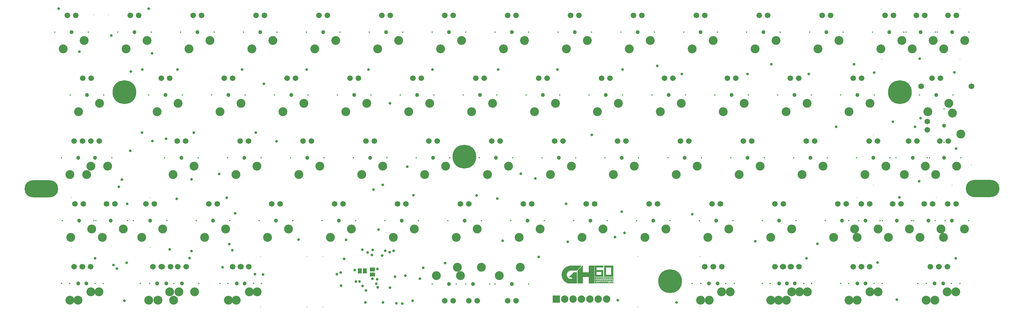
<source format=gts>
%FSTAX23Y23*%
%MOIN*%
%SFA1B1*%

%IPPOS*%
%AMD56*
4,1,8,0.099000,0.102500,-0.099000,0.102500,-0.201000,0.000500,-0.201000,-0.000500,-0.099000,-0.102500,0.099000,-0.102500,0.201000,-0.000500,0.201000,0.000500,0.099000,0.102500,0.0*
1,1,0.204000,0.099000,0.000500*
1,1,0.204000,-0.099000,0.000500*
1,1,0.204000,-0.099000,-0.000500*
1,1,0.204000,0.099000,-0.000500*
%
%ADD12C,0.001000*%
%ADD47R,0.063000X0.051000*%
%ADD48R,0.051000X0.063000*%
%ADD49C,0.012000*%
%ADD50R,0.088000X0.088000*%
%ADD51C,0.088000*%
%ADD52C,0.067000*%
%ADD53C,0.106000*%
%ADD54C,0.016000*%
%ADD55C,0.047000*%
G04~CAMADD=56~8~0.0~0.0~4020.0~2050.0~1020.0~0.0~15~0.0~0.0~0.0~0.0~0~0.0~0.0~0.0~0.0~0~0.0~0.0~0.0~0.0~4020.0~2050.0*
%ADD56D56*%
%ADD57C,0.284000*%
%ADD58C,0.284000*%
%ADD59C,0.013000*%
%ADD60C,0.068000*%
%ADD61C,0.047000*%
%ADD62C,0.032000*%
%ADD63C,0.032000*%
G54D12*
X49224Y5804D02*
X49361D01*
X49374D02*
X49377D01*
X4945D02*
X49513D01*
X4952D02*
X49622D01*
X49634D02*
X4974D01*
X49218Y58039D02*
X49361D01*
X49373D02*
X49377D01*
X4945D02*
X49513D01*
X4952D02*
X49622D01*
X49634D02*
X4974D01*
X49214Y58038D02*
X4936D01*
X49372D02*
X49377D01*
X4945D02*
X49513D01*
X4952D02*
X49622D01*
X49634D02*
X4974D01*
X4921Y58037D02*
X49359D01*
X49371D02*
X49377D01*
X4945D02*
X49513D01*
X4952D02*
X49622D01*
X49634D02*
X4974D01*
X49207Y58036D02*
X49358D01*
X4937D02*
X49377D01*
X4945D02*
X49513D01*
X4952D02*
X49622D01*
X49634D02*
X4974D01*
X49204Y58035D02*
X49357D01*
X49369D02*
X49377D01*
X4945D02*
X49513D01*
X4952D02*
X49622D01*
X49634D02*
X4974D01*
X49201Y58034D02*
X49356D01*
X49368D02*
X49377D01*
X4945D02*
X49513D01*
X4952D02*
X49622D01*
X49634D02*
X4974D01*
X49199Y58033D02*
X49355D01*
X49367D02*
X49377D01*
X4945D02*
X49513D01*
X4952D02*
X49622D01*
X49634D02*
X4974D01*
X49196Y58032D02*
X49354D01*
X49366D02*
X49377D01*
X4945D02*
X49513D01*
X4952D02*
X49622D01*
X49634D02*
X4974D01*
X49194Y58031D02*
X49353D01*
X49365D02*
X49377D01*
X4945D02*
X49513D01*
X4952D02*
X49622D01*
X49634D02*
X4974D01*
X49192Y5803D02*
X49352D01*
X49364D02*
X49377D01*
X4945D02*
X49513D01*
X4952D02*
X49622D01*
X49634D02*
X4974D01*
X4919Y58029D02*
X49351D01*
X49363D02*
X49377D01*
X4945D02*
X49513D01*
X4952D02*
X49622D01*
X49634D02*
X4974D01*
X49188Y58028D02*
X4935D01*
X49362D02*
X49377D01*
X4945D02*
X49513D01*
X4952D02*
X49622D01*
X49634D02*
X4974D01*
X49186Y58027D02*
X49349D01*
X49361D02*
X49377D01*
X4945D02*
X49513D01*
X4952D02*
X49622D01*
X49634D02*
X4974D01*
X49184Y58026D02*
X49348D01*
X4936D02*
X49377D01*
X4945D02*
X49513D01*
X4952D02*
X49622D01*
X49634D02*
X4974D01*
X49183Y58025D02*
X49347D01*
X49359D02*
X49377D01*
X4945D02*
X49513D01*
X4952D02*
X49622D01*
X49634D02*
X4974D01*
X49181Y58024D02*
X49346D01*
X49358D02*
X49377D01*
X4945D02*
X49513D01*
X4952D02*
X49622D01*
X49634D02*
X4974D01*
X49179Y58023D02*
X49345D01*
X49357D02*
X49377D01*
X4945D02*
X49513D01*
X4952D02*
X49622D01*
X49634D02*
X4974D01*
X49178Y58022D02*
X49344D01*
X49356D02*
X49377D01*
X4945D02*
X49513D01*
X4952D02*
X49622D01*
X49634D02*
X4974D01*
X49176Y58021D02*
X49343D01*
X49355D02*
X49377D01*
X4945D02*
X49513D01*
X4952D02*
X49622D01*
X49634D02*
X4974D01*
X49175Y5802D02*
X49342D01*
X49354D02*
X49377D01*
X4945D02*
X49513D01*
X4952D02*
X49542D01*
X49634D02*
X49656D01*
X49718D02*
X4974D01*
X49173Y58019D02*
X49341D01*
X49353D02*
X49377D01*
X4945D02*
X49513D01*
X4952D02*
X49542D01*
X49634D02*
X49655D01*
X49719D02*
X4974D01*
X49172Y58018D02*
X4934D01*
X49352D02*
X49377D01*
X4945D02*
X49513D01*
X4952D02*
X49542D01*
X49634D02*
X49655D01*
X49719D02*
X4974D01*
X49171Y58017D02*
X49339D01*
X49351D02*
X49377D01*
X4945D02*
X49513D01*
X4952D02*
X49542D01*
X49634D02*
X49655D01*
X49719D02*
X4974D01*
X49169Y58016D02*
X49338D01*
X4935D02*
X49377D01*
X4945D02*
X49513D01*
X4952D02*
X49542D01*
X49634D02*
X49655D01*
X49719D02*
X4974D01*
X49168Y58015D02*
X49337D01*
X49349D02*
X49377D01*
X4945D02*
X49513D01*
X4952D02*
X49542D01*
X49634D02*
X49655D01*
X49719D02*
X4974D01*
X49167Y58014D02*
X49336D01*
X49348D02*
X49377D01*
X4945D02*
X49513D01*
X4952D02*
X49542D01*
X49634D02*
X49655D01*
X49719D02*
X4974D01*
X49166Y58013D02*
X49335D01*
X49347D02*
X49377D01*
X4945D02*
X49513D01*
X4952D02*
X49542D01*
X49634D02*
X49655D01*
X49719D02*
X4974D01*
X49165Y58012D02*
X49334D01*
X49346D02*
X49377D01*
X4945D02*
X49513D01*
X4952D02*
X49542D01*
X49634D02*
X49655D01*
X49719D02*
X4974D01*
X49164Y58011D02*
X49333D01*
X49345D02*
X49377D01*
X4945D02*
X49513D01*
X4952D02*
X49542D01*
X49634D02*
X49655D01*
X49719D02*
X4974D01*
X49163Y5801D02*
X49332D01*
X49344D02*
X49377D01*
X4945D02*
X49513D01*
X4952D02*
X49542D01*
X49634D02*
X49655D01*
X49719D02*
X4974D01*
X49162Y58009D02*
X49331D01*
X49343D02*
X49377D01*
X4945D02*
X49513D01*
X4952D02*
X49542D01*
X49634D02*
X49655D01*
X49719D02*
X4974D01*
X4916Y58008D02*
X4933D01*
X49342D02*
X49377D01*
X4945D02*
X49513D01*
X4952D02*
X49542D01*
X49634D02*
X49655D01*
X49719D02*
X4974D01*
X49159Y58007D02*
X49329D01*
X49341D02*
X49377D01*
X4945D02*
X49513D01*
X4952D02*
X49542D01*
X49634D02*
X49655D01*
X49719D02*
X4974D01*
X49159Y58006D02*
X49328D01*
X4934D02*
X49377D01*
X4945D02*
X49513D01*
X4952D02*
X49542D01*
X49634D02*
X49655D01*
X49719D02*
X4974D01*
X49158Y58005D02*
X49327D01*
X49339D02*
X49377D01*
X4945D02*
X49513D01*
X4952D02*
X49542D01*
X49634D02*
X49655D01*
X49719D02*
X4974D01*
X49157Y58004D02*
X49326D01*
X49338D02*
X49377D01*
X4945D02*
X49513D01*
X4952D02*
X49542D01*
X49634D02*
X49655D01*
X49719D02*
X4974D01*
X49156Y58003D02*
X49325D01*
X49337D02*
X49377D01*
X4945D02*
X49513D01*
X4952D02*
X49542D01*
X49634D02*
X49655D01*
X49719D02*
X4974D01*
X49155Y58002D02*
X49324D01*
X49336D02*
X49377D01*
X4945D02*
X49513D01*
X4952D02*
X49542D01*
X49634D02*
X49655D01*
X49719D02*
X4974D01*
X49154Y58001D02*
X49323D01*
X49335D02*
X49377D01*
X4945D02*
X49513D01*
X4952D02*
X49542D01*
X49634D02*
X49655D01*
X49719D02*
X4974D01*
X49153Y58D02*
X49322D01*
X49334D02*
X49377D01*
X4945D02*
X49513D01*
X4952D02*
X49542D01*
X49634D02*
X49655D01*
X49719D02*
X4974D01*
X49152Y57999D02*
X49321D01*
X49333D02*
X49377D01*
X4945D02*
X49513D01*
X4952D02*
X49542D01*
X49634D02*
X49655D01*
X49719D02*
X4974D01*
X49151Y57998D02*
X4932D01*
X49332D02*
X49377D01*
X4945D02*
X49513D01*
X4952D02*
X49542D01*
X49634D02*
X49655D01*
X49719D02*
X4974D01*
X49151Y57997D02*
X49319D01*
X49331D02*
X49377D01*
X4945D02*
X49513D01*
X4952D02*
X49542D01*
X49634D02*
X49655D01*
X49719D02*
X4974D01*
X4915Y57996D02*
X49318D01*
X4933D02*
X49377D01*
X4945D02*
X49513D01*
X4952D02*
X49542D01*
X49634D02*
X49655D01*
X49719D02*
X4974D01*
X49149Y57995D02*
X49317D01*
X49329D02*
X49377D01*
X4945D02*
X49513D01*
X4952D02*
X49542D01*
X49634D02*
X49655D01*
X49719D02*
X4974D01*
X49148Y57994D02*
X49316D01*
X49328D02*
X49377D01*
X4945D02*
X49513D01*
X4952D02*
X49542D01*
X49634D02*
X49655D01*
X49719D02*
X4974D01*
X49148Y57993D02*
X49315D01*
X49327D02*
X49377D01*
X4945D02*
X49513D01*
X4952D02*
X49542D01*
X49634D02*
X49655D01*
X49719D02*
X4974D01*
X49147Y57992D02*
X49314D01*
X49326D02*
X49377D01*
X4945D02*
X49513D01*
X4952D02*
X49542D01*
X49634D02*
X49655D01*
X49719D02*
X4974D01*
X49146Y57991D02*
X49313D01*
X49325D02*
X49377D01*
X4945D02*
X49513D01*
X4952D02*
X49542D01*
X49634D02*
X49655D01*
X49719D02*
X4974D01*
X49146Y5799D02*
X49312D01*
X49324D02*
X49377D01*
X4945D02*
X49513D01*
X4952D02*
X49542D01*
X49634D02*
X49655D01*
X49719D02*
X4974D01*
X49145Y57989D02*
X49311D01*
X49323D02*
X49377D01*
X4945D02*
X49513D01*
X4952D02*
X49542D01*
X49634D02*
X49655D01*
X49719D02*
X4974D01*
X49144Y57988D02*
X4931D01*
X49322D02*
X49377D01*
X4945D02*
X49513D01*
X4952D02*
X49542D01*
X49634D02*
X49655D01*
X49719D02*
X4974D01*
X49144Y57987D02*
X49309D01*
X49321D02*
X49377D01*
X4945D02*
X49513D01*
X4952D02*
X49622D01*
X49634D02*
X49655D01*
X49719D02*
X4974D01*
X49143Y57986D02*
X49308D01*
X4932D02*
X49377D01*
X4945D02*
X49513D01*
X4952D02*
X49622D01*
X49634D02*
X49655D01*
X49719D02*
X4974D01*
X49142Y57985D02*
X49238D01*
X49251D02*
X49307D01*
X49319D02*
X49377D01*
X4945D02*
X49513D01*
X4952D02*
X49622D01*
X49634D02*
X49655D01*
X49719D02*
X4974D01*
X49142Y57984D02*
X49229D01*
X49318D02*
X49377D01*
X4945D02*
X49513D01*
X4952D02*
X49622D01*
X49634D02*
X49655D01*
X49719D02*
X4974D01*
X49141Y57983D02*
X49225D01*
X49318D02*
X49377D01*
X4945D02*
X49513D01*
X4952D02*
X49622D01*
X49634D02*
X49655D01*
X49719D02*
X4974D01*
X49141Y57982D02*
X49222D01*
X49317D02*
X49377D01*
X4945D02*
X49513D01*
X4952D02*
X49622D01*
X49634D02*
X49655D01*
X49719D02*
X4974D01*
X4914Y57981D02*
X49219D01*
X49317D02*
X49377D01*
X4945D02*
X49513D01*
X4952D02*
X49622D01*
X49634D02*
X49655D01*
X49719D02*
X4974D01*
X4914Y5798D02*
X49217D01*
X49317D02*
X49377D01*
X4945D02*
X49513D01*
X4952D02*
X49622D01*
X49634D02*
X49655D01*
X49719D02*
X4974D01*
X49139Y57979D02*
X49215D01*
X49317D02*
X49377D01*
X4945D02*
X49513D01*
X4952D02*
X49622D01*
X49634D02*
X49655D01*
X49719D02*
X4974D01*
X49139Y57978D02*
X49213D01*
X49317D02*
X49377D01*
X4945D02*
X49513D01*
X4952D02*
X49622D01*
X49634D02*
X49655D01*
X49719D02*
X4974D01*
X49138Y57977D02*
X49212D01*
X49317D02*
X49377D01*
X4945D02*
X49513D01*
X4952D02*
X49622D01*
X49634D02*
X49655D01*
X49719D02*
X4974D01*
X49138Y57976D02*
X4921D01*
X49317D02*
X49377D01*
X4945D02*
X49513D01*
X4952D02*
X49622D01*
X49634D02*
X49655D01*
X49719D02*
X4974D01*
X49137Y57975D02*
X49209D01*
X49317D02*
X49377D01*
X4945D02*
X49513D01*
X4952D02*
X49622D01*
X49634D02*
X49655D01*
X49719D02*
X4974D01*
X49137Y57974D02*
X49207D01*
X49317D02*
X49377D01*
X4945D02*
X49513D01*
X4952D02*
X49622D01*
X49634D02*
X49655D01*
X49719D02*
X4974D01*
X49136Y57973D02*
X49206D01*
X49318D02*
X49377D01*
X4945D02*
X49513D01*
X4952D02*
X49622D01*
X49634D02*
X49655D01*
X49719D02*
X4974D01*
X49136Y57972D02*
X49205D01*
X49318D02*
X49377D01*
X4945D02*
X49513D01*
X4952D02*
X49622D01*
X49634D02*
X49655D01*
X49719D02*
X4974D01*
X49135Y57971D02*
X49204D01*
X49318D02*
X49377D01*
X4945D02*
X49513D01*
X4952D02*
X49622D01*
X49634D02*
X49655D01*
X49719D02*
X4974D01*
X49135Y5797D02*
X49202D01*
X49318D02*
X49377D01*
X4945D02*
X49513D01*
X4952D02*
X49622D01*
X49634D02*
X49655D01*
X49719D02*
X4974D01*
X49135Y57969D02*
X49201D01*
X49318D02*
X49377D01*
X4945D02*
X49513D01*
X4952D02*
X49622D01*
X49634D02*
X49655D01*
X49719D02*
X4974D01*
X49134Y57968D02*
X492D01*
X49318D02*
X49377D01*
X4945D02*
X49513D01*
X4952D02*
X49622D01*
X49634D02*
X49655D01*
X49719D02*
X4974D01*
X49134Y57967D02*
X49199D01*
X49318D02*
X49377D01*
X4945D02*
X49513D01*
X4952D02*
X49622D01*
X49634D02*
X49655D01*
X49719D02*
X4974D01*
X49134Y57966D02*
X49198D01*
X49318D02*
X49377D01*
X4945D02*
X49513D01*
X4952D02*
X49542D01*
X496D02*
X49622D01*
X49634D02*
X49655D01*
X49719D02*
X4974D01*
X49133Y57965D02*
X49198D01*
X49318D02*
X49377D01*
X4945D02*
X49513D01*
X4952D02*
X49542D01*
X496D02*
X49622D01*
X49634D02*
X49655D01*
X49719D02*
X4974D01*
X49133Y57964D02*
X49197D01*
X49318D02*
X49377D01*
X4945D02*
X49513D01*
X4952D02*
X49542D01*
X496D02*
X49622D01*
X49634D02*
X49655D01*
X49719D02*
X4974D01*
X49133Y57963D02*
X49196D01*
X49318D02*
X49377D01*
X4945D02*
X49513D01*
X4952D02*
X49542D01*
X496D02*
X49622D01*
X49634D02*
X49655D01*
X49719D02*
X4974D01*
X49132Y57962D02*
X49195D01*
X49318D02*
X49377D01*
X4945D02*
X49513D01*
X4952D02*
X49542D01*
X496D02*
X49622D01*
X49634D02*
X49655D01*
X49719D02*
X4974D01*
X49132Y57961D02*
X49194D01*
X49271D02*
X49308D01*
X49318D02*
X49513D01*
X4952D02*
X49542D01*
X496D02*
X49622D01*
X49634D02*
X49655D01*
X49719D02*
X4974D01*
X49132Y5796D02*
X49194D01*
X4927D02*
X49308D01*
X49318D02*
X49513D01*
X4952D02*
X49542D01*
X496D02*
X49622D01*
X49634D02*
X49655D01*
X49719D02*
X4974D01*
X49132Y57959D02*
X49193D01*
X49269D02*
X49308D01*
X49318D02*
X49513D01*
X4952D02*
X49542D01*
X496D02*
X49622D01*
X49634D02*
X49655D01*
X49719D02*
X4974D01*
X49131Y57958D02*
X49192D01*
X49268D02*
X49308D01*
X49318D02*
X49513D01*
X4952D02*
X49542D01*
X496D02*
X49622D01*
X49634D02*
X49655D01*
X49719D02*
X4974D01*
X49131Y57957D02*
X49192D01*
X49267D02*
X49308D01*
X49318D02*
X49513D01*
X4952D02*
X49542D01*
X496D02*
X49622D01*
X49634D02*
X49655D01*
X49719D02*
X4974D01*
X49131Y57956D02*
X49191D01*
X49266D02*
X49308D01*
X49318D02*
X49513D01*
X4952D02*
X49542D01*
X496D02*
X49622D01*
X49634D02*
X49655D01*
X49719D02*
X4974D01*
X49131Y57955D02*
X49191D01*
X49265D02*
X49308D01*
X49318D02*
X49513D01*
X4952D02*
X49542D01*
X496D02*
X49622D01*
X49634D02*
X49655D01*
X49719D02*
X4974D01*
X4913Y57954D02*
X4919D01*
X49264D02*
X49308D01*
X49318D02*
X49513D01*
X4952D02*
X49542D01*
X496D02*
X49622D01*
X49634D02*
X49655D01*
X49719D02*
X4974D01*
X4913Y57953D02*
X4919D01*
X49263D02*
X49308D01*
X49318D02*
X49513D01*
X4952D02*
X49542D01*
X496D02*
X49622D01*
X49634D02*
X49655D01*
X49719D02*
X4974D01*
X4913Y57952D02*
X4919D01*
X49262D02*
X49308D01*
X49318D02*
X49513D01*
X4952D02*
X49542D01*
X496D02*
X49622D01*
X49634D02*
X49655D01*
X49719D02*
X4974D01*
X4913Y57951D02*
X49189D01*
X49261D02*
X49308D01*
X49318D02*
X49513D01*
X4952D02*
X49542D01*
X496D02*
X49622D01*
X49634D02*
X49655D01*
X49719D02*
X4974D01*
X4913Y5795D02*
X49189D01*
X4926D02*
X49308D01*
X49318D02*
X49513D01*
X4952D02*
X49542D01*
X496D02*
X49622D01*
X49634D02*
X49655D01*
X49719D02*
X4974D01*
X4913Y57949D02*
X49188D01*
X49259D02*
X49308D01*
X49318D02*
X49513D01*
X4952D02*
X49542D01*
X496D02*
X49622D01*
X49634D02*
X49655D01*
X49719D02*
X4974D01*
X49129Y57948D02*
X49188D01*
X49258D02*
X49308D01*
X49318D02*
X49513D01*
X4952D02*
X49542D01*
X496D02*
X49622D01*
X49634D02*
X49655D01*
X49719D02*
X4974D01*
X49129Y57947D02*
X49188D01*
X49257D02*
X49308D01*
X49318D02*
X49513D01*
X4952D02*
X49542D01*
X496D02*
X49622D01*
X49634D02*
X49655D01*
X49719D02*
X4974D01*
X49129Y57946D02*
X49188D01*
X49256D02*
X49308D01*
X49318D02*
X49513D01*
X4952D02*
X49542D01*
X496D02*
X49622D01*
X49634D02*
X49655D01*
X49719D02*
X4974D01*
X49129Y57945D02*
X49187D01*
X49255D02*
X49308D01*
X49318D02*
X49513D01*
X4952D02*
X49542D01*
X496D02*
X49622D01*
X49634D02*
X49655D01*
X49719D02*
X4974D01*
X49129Y57944D02*
X49187D01*
X49254D02*
X49308D01*
X49318D02*
X49513D01*
X4952D02*
X49542D01*
X496D02*
X49622D01*
X49634D02*
X49655D01*
X49719D02*
X4974D01*
X49129Y57943D02*
X49187D01*
X49253D02*
X49308D01*
X49318D02*
X49513D01*
X4952D02*
X49542D01*
X496D02*
X49622D01*
X49634D02*
X49655D01*
X49719D02*
X4974D01*
X49129Y57942D02*
X49187D01*
X49252D02*
X49308D01*
X49318D02*
X49513D01*
X4952D02*
X49542D01*
X496D02*
X49622D01*
X49634D02*
X49655D01*
X49719D02*
X4974D01*
X49129Y57941D02*
X49187D01*
X49251D02*
X49308D01*
X49318D02*
X49513D01*
X4952D02*
X49542D01*
X496D02*
X49622D01*
X49634D02*
X49655D01*
X49719D02*
X4974D01*
X49129Y5794D02*
X49187D01*
X4925D02*
X49308D01*
X49318D02*
X49513D01*
X4952D02*
X49542D01*
X496D02*
X49622D01*
X49634D02*
X49655D01*
X49719D02*
X4974D01*
X49129Y57939D02*
X49186D01*
X49249D02*
X49308D01*
X49318D02*
X49513D01*
X4952D02*
X49542D01*
X496D02*
X49622D01*
X49634D02*
X49655D01*
X49719D02*
X4974D01*
X49129Y57938D02*
X49186D01*
X49248D02*
X49308D01*
X49318D02*
X49513D01*
X4952D02*
X49542D01*
X496D02*
X49622D01*
X49634D02*
X49655D01*
X49719D02*
X4974D01*
X49129Y57937D02*
X49186D01*
X49247D02*
X49308D01*
X49318D02*
X49513D01*
X4952D02*
X49542D01*
X496D02*
X49622D01*
X49634D02*
X49655D01*
X49719D02*
X4974D01*
X49129Y57936D02*
X49186D01*
X49246D02*
X49308D01*
X49318D02*
X49513D01*
X4952D02*
X49542D01*
X496D02*
X49622D01*
X49634D02*
X49655D01*
X49719D02*
X4974D01*
X49129Y57935D02*
X49186D01*
X49245D02*
X49308D01*
X49318D02*
X49513D01*
X4952D02*
X49542D01*
X496D02*
X49622D01*
X49634D02*
X49655D01*
X49719D02*
X4974D01*
X49129Y57934D02*
X49186D01*
X49244D02*
X49308D01*
X49318D02*
X49513D01*
X4952D02*
X49542D01*
X496D02*
X49622D01*
X49634D02*
X49655D01*
X49719D02*
X4974D01*
X49129Y57933D02*
X49186D01*
X49243D02*
X49308D01*
X49318D02*
X49513D01*
X4952D02*
X49622D01*
X49634D02*
X49655D01*
X49719D02*
X4974D01*
X49129Y57932D02*
X49186D01*
X49242D02*
X49308D01*
X49318D02*
X49513D01*
X4952D02*
X49622D01*
X49634D02*
X4974D01*
X49129Y57931D02*
X49186D01*
X49241D02*
X49308D01*
X49318D02*
X49513D01*
X4952D02*
X49622D01*
X49634D02*
X4974D01*
X49129Y5793D02*
X49186D01*
X4924D02*
X49308D01*
X49318D02*
X49513D01*
X4952D02*
X49622D01*
X49634D02*
X4974D01*
X49129Y57929D02*
X49186D01*
X49239D02*
X49308D01*
X49318D02*
X49513D01*
X4952D02*
X49622D01*
X49634D02*
X4974D01*
X49129Y57928D02*
X49186D01*
X49238D02*
X49308D01*
X49318D02*
X49513D01*
X4952D02*
X49622D01*
X49634D02*
X4974D01*
X49129Y57927D02*
X49186D01*
X49237D02*
X49308D01*
X49318D02*
X49513D01*
X4952D02*
X49622D01*
X49634D02*
X4974D01*
X49129Y57926D02*
X49187D01*
X49236D02*
X49308D01*
X49318D02*
X49513D01*
X4952D02*
X49622D01*
X49634D02*
X4974D01*
X49129Y57925D02*
X49187D01*
X49235D02*
X49308D01*
X49318D02*
X49513D01*
X4952D02*
X49622D01*
X49634D02*
X4974D01*
X49129Y57924D02*
X49187D01*
X49234D02*
X49308D01*
X49318D02*
X49513D01*
X4952D02*
X49622D01*
X49634D02*
X4974D01*
X49129Y57923D02*
X49187D01*
X49233D02*
X49308D01*
X49318D02*
X49513D01*
X4952D02*
X49622D01*
X49634D02*
X4974D01*
X49129Y57922D02*
X49187D01*
X49232D02*
X49308D01*
X49318D02*
X49513D01*
X4952D02*
X49622D01*
X49634D02*
X4974D01*
X49129Y57921D02*
X49187D01*
X49231D02*
X49308D01*
X49318D02*
X49513D01*
X4952D02*
X49622D01*
X49634D02*
X4974D01*
X49129Y5792D02*
X49188D01*
X4923D02*
X49308D01*
X49318D02*
X49513D01*
X4952D02*
X49622D01*
X49634D02*
X4974D01*
X49129Y57919D02*
X49188D01*
X49229D02*
X49308D01*
X49318D02*
X49513D01*
X4952D02*
X49622D01*
X49634D02*
X4974D01*
X4913Y57918D02*
X49188D01*
X49228D02*
X49308D01*
X49318D02*
X49513D01*
X4952D02*
X49622D01*
X49634D02*
X4974D01*
X4913Y57917D02*
X49189D01*
X49227D02*
X49308D01*
X49318D02*
X49513D01*
X4952D02*
X49622D01*
X49634D02*
X4974D01*
X4913Y57916D02*
X49189D01*
X49226D02*
X49308D01*
X49318D02*
X49513D01*
X4952D02*
X49622D01*
X49634D02*
X4974D01*
X4913Y57915D02*
X49189D01*
X49225D02*
X49308D01*
X49318D02*
X49513D01*
X4952D02*
X49622D01*
X49634D02*
X4974D01*
X4913Y57914D02*
X4919D01*
X49224D02*
X49308D01*
X49318D02*
X49513D01*
X4952D02*
X49622D01*
X49634D02*
X4974D01*
X4913Y57913D02*
X4919D01*
X49223D02*
X49308D01*
X49318D02*
X49513D01*
X4952D02*
X49622D01*
X49634D02*
X4974D01*
X4913Y57912D02*
X49191D01*
X49222D02*
X49308D01*
X49318D02*
X49513D01*
X49634D02*
X4974D01*
X49131Y57911D02*
X49191D01*
X49221D02*
X49308D01*
X49318D02*
X49513D01*
X49131Y5791D02*
X49192D01*
X4922D02*
X49308D01*
X49318D02*
X49513D01*
X49131Y57909D02*
X49192D01*
X49219D02*
X49308D01*
X49318D02*
X49513D01*
X49131Y57908D02*
X49193D01*
X49218D02*
X49308D01*
X49318D02*
X49377D01*
X4945D02*
X49513D01*
X49131Y57907D02*
X49193D01*
X49217D02*
X49308D01*
X49318D02*
X49377D01*
X4945D02*
X49513D01*
X49132Y57906D02*
X49194D01*
X49216D02*
X49308D01*
X49318D02*
X49377D01*
X4945D02*
X49513D01*
X49523D02*
X49738D01*
X49132Y57905D02*
X49195D01*
X49215D02*
X49308D01*
X49318D02*
X49377D01*
X4945D02*
X49513D01*
X49521D02*
X49739D01*
X49132Y57904D02*
X49195D01*
X49214D02*
X49308D01*
X49318D02*
X49377D01*
X4945D02*
X49513D01*
X4952D02*
X4974D01*
X49133Y57903D02*
X49196D01*
X49214D02*
X49219D01*
X49246D02*
X49308D01*
X49318D02*
X49377D01*
X4945D02*
X49513D01*
X4952D02*
X49524D01*
X49736D02*
X4974D01*
X49133Y57902D02*
X49197D01*
X49254D02*
X49308D01*
X49318D02*
X49377D01*
X4945D02*
X49513D01*
X4952D02*
X49523D01*
X49737D02*
X4974D01*
X49133Y57901D02*
X49198D01*
X49254D02*
X49308D01*
X49318D02*
X49377D01*
X4945D02*
X49513D01*
X4952D02*
X49523D01*
X49737D02*
X4974D01*
X49133Y579D02*
X49198D01*
X49254D02*
X49308D01*
X49318D02*
X49377D01*
X4945D02*
X49513D01*
X4952D02*
X49523D01*
X49737D02*
X4974D01*
X49134Y57899D02*
X49199D01*
X49254D02*
X49308D01*
X49318D02*
X49377D01*
X4945D02*
X49513D01*
X4952D02*
X49523D01*
X49737D02*
X4974D01*
X49134Y57898D02*
X492D01*
X49254D02*
X49308D01*
X49318D02*
X49377D01*
X4945D02*
X49513D01*
X4952D02*
X49523D01*
X49529D02*
X49541D01*
X4955D02*
X49563D01*
X49571D02*
X49584D01*
X49592D02*
X49604D01*
X49613D02*
X49625D01*
X49634D02*
X49647D01*
X49655D02*
X49668D01*
X49676D02*
X49689D01*
X49698D02*
X4971D01*
X49719D02*
X49731D01*
X49737D02*
X4974D01*
X49134Y57897D02*
X49201D01*
X49254D02*
X49308D01*
X49318D02*
X49377D01*
X4945D02*
X49513D01*
X4952D02*
X49523D01*
X49528D02*
X49542D01*
X49549D02*
X49563D01*
X4957D02*
X49584D01*
X49591D02*
X49605D01*
X49612D02*
X49626D01*
X49634D02*
X49648D01*
X49655D02*
X49668D01*
X49676D02*
X49689D01*
X49697D02*
X49711D01*
X49718D02*
X49732D01*
X49737D02*
X4974D01*
X49135Y57896D02*
X49202D01*
X49254D02*
X49308D01*
X49318D02*
X49377D01*
X4945D02*
X49513D01*
X4952D02*
X49523D01*
X49528D02*
X49542D01*
X49549D02*
X49563D01*
X4957D02*
X49584D01*
X49591D02*
X49605D01*
X49612D02*
X49626D01*
X49634D02*
X49648D01*
X49654D02*
X49669D01*
X49675D02*
X4969D01*
X49697D02*
X49711D01*
X49718D02*
X49732D01*
X49737D02*
X4974D01*
X49135Y57895D02*
X49203D01*
X49254D02*
X49308D01*
X49318D02*
X49377D01*
X4945D02*
X49513D01*
X4952D02*
X49523D01*
X49528D02*
X49542D01*
X49549D02*
X49563D01*
X4957D02*
X49584D01*
X49591D02*
X49605D01*
X49612D02*
X49626D01*
X49633D02*
X49648D01*
X49654D02*
X49669D01*
X49675D02*
X4969D01*
X49697D02*
X49711D01*
X49718D02*
X49732D01*
X49737D02*
X4974D01*
X49136Y57894D02*
X49204D01*
X49254D02*
X49308D01*
X49318D02*
X49377D01*
X4945D02*
X49513D01*
X4952D02*
X49523D01*
X49528D02*
X49542D01*
X49549D02*
X49563D01*
X4957D02*
X49584D01*
X49591D02*
X49605D01*
X49612D02*
X49626D01*
X49633D02*
X49648D01*
X49654D02*
X49669D01*
X49675D02*
X4969D01*
X49697D02*
X49711D01*
X49718D02*
X49732D01*
X49737D02*
X4974D01*
X49136Y57893D02*
X49206D01*
X49254D02*
X49308D01*
X49318D02*
X49377D01*
X4945D02*
X49513D01*
X4952D02*
X49523D01*
X49528D02*
X49542D01*
X49549D02*
X49563D01*
X4957D02*
X49584D01*
X49591D02*
X49605D01*
X49612D02*
X49626D01*
X49633D02*
X49648D01*
X49654D02*
X49669D01*
X49675D02*
X4969D01*
X49697D02*
X49711D01*
X49718D02*
X49732D01*
X49737D02*
X4974D01*
X49136Y57892D02*
X49207D01*
X49254D02*
X49308D01*
X49318D02*
X49377D01*
X4945D02*
X49513D01*
X4952D02*
X49523D01*
X49528D02*
X49542D01*
X49549D02*
X49563D01*
X4957D02*
X49584D01*
X49591D02*
X49605D01*
X49612D02*
X49626D01*
X49633D02*
X49648D01*
X49654D02*
X49669D01*
X49675D02*
X4969D01*
X49697D02*
X49711D01*
X49718D02*
X49732D01*
X49737D02*
X4974D01*
X49137Y57891D02*
X49209D01*
X49254D02*
X49308D01*
X49318D02*
X49377D01*
X4945D02*
X49513D01*
X4952D02*
X49523D01*
X49528D02*
X49542D01*
X49549D02*
X49563D01*
X4957D02*
X49584D01*
X49591D02*
X49605D01*
X49612D02*
X49626D01*
X49633D02*
X49648D01*
X49654D02*
X49669D01*
X49675D02*
X4969D01*
X49697D02*
X49711D01*
X49718D02*
X49732D01*
X49737D02*
X4974D01*
X49137Y5789D02*
X4921D01*
X49254D02*
X49308D01*
X49318D02*
X49377D01*
X4945D02*
X49513D01*
X4952D02*
X49523D01*
X49528D02*
X49542D01*
X49549D02*
X49563D01*
X4957D02*
X49584D01*
X49591D02*
X49605D01*
X49612D02*
X49626D01*
X49633D02*
X49648D01*
X49654D02*
X49669D01*
X49675D02*
X4969D01*
X49697D02*
X49711D01*
X49718D02*
X49732D01*
X49737D02*
X4974D01*
X49138Y57889D02*
X49212D01*
X49254D02*
X49308D01*
X49318D02*
X49377D01*
X4945D02*
X49513D01*
X4952D02*
X49523D01*
X49528D02*
X49542D01*
X49549D02*
X49563D01*
X4957D02*
X49584D01*
X49591D02*
X49605D01*
X49612D02*
X49626D01*
X49633D02*
X49648D01*
X49654D02*
X49669D01*
X49675D02*
X4969D01*
X49697D02*
X49711D01*
X49718D02*
X49732D01*
X49737D02*
X4974D01*
X49138Y57888D02*
X49214D01*
X49254D02*
X49308D01*
X49318D02*
X49377D01*
X4945D02*
X49513D01*
X4952D02*
X49523D01*
X49528D02*
X49542D01*
X49549D02*
X49563D01*
X4957D02*
X49584D01*
X49591D02*
X49605D01*
X49612D02*
X49626D01*
X49633D02*
X49648D01*
X49654D02*
X49669D01*
X49675D02*
X4969D01*
X49697D02*
X49711D01*
X49718D02*
X49732D01*
X49737D02*
X4974D01*
X49139Y57887D02*
X49216D01*
X49254D02*
X49308D01*
X49318D02*
X49377D01*
X4945D02*
X49513D01*
X4952D02*
X49523D01*
X49528D02*
X49542D01*
X49549D02*
X49563D01*
X4957D02*
X49584D01*
X49591D02*
X49605D01*
X49612D02*
X49626D01*
X49633D02*
X49648D01*
X49654D02*
X49669D01*
X49675D02*
X4969D01*
X49697D02*
X49711D01*
X49718D02*
X49732D01*
X49737D02*
X4974D01*
X49139Y57886D02*
X49219D01*
X49254D02*
X49308D01*
X49318D02*
X49377D01*
X4945D02*
X49513D01*
X4952D02*
X49523D01*
X49528D02*
X49542D01*
X49549D02*
X49563D01*
X4957D02*
X49584D01*
X49591D02*
X49605D01*
X49612D02*
X49626D01*
X49634D02*
X49648D01*
X49654D02*
X49669D01*
X49675D02*
X4969D01*
X49697D02*
X49711D01*
X49718D02*
X49732D01*
X49737D02*
X4974D01*
X4914Y57885D02*
X49223D01*
X49254D02*
X49308D01*
X49318D02*
X49377D01*
X4945D02*
X49513D01*
X4952D02*
X49523D01*
X49528D02*
X49542D01*
X49549D02*
X49563D01*
X4957D02*
X49584D01*
X49591D02*
X49605D01*
X49612D02*
X49626D01*
X49634D02*
X49648D01*
X49654D02*
X49669D01*
X49676D02*
X49689D01*
X49697D02*
X49711D01*
X49718D02*
X49732D01*
X49737D02*
X4974D01*
X4914Y57884D02*
X49308D01*
X49318D02*
X49377D01*
X4945D02*
X49513D01*
X4952D02*
X49523D01*
X49528D02*
X49541D01*
X4955D02*
X49563D01*
X49571D02*
X49584D01*
X49592D02*
X49605D01*
X49613D02*
X49626D01*
X49634D02*
X49647D01*
X49655D02*
X49668D01*
X49676D02*
X49689D01*
X49697D02*
X4971D01*
X49718D02*
X49731D01*
X49737D02*
X4974D01*
X49141Y57883D02*
X49308D01*
X49318D02*
X49377D01*
X4945D02*
X49513D01*
X4952D02*
X49523D01*
X49737D02*
X4974D01*
X49141Y57882D02*
X49308D01*
X49318D02*
X49377D01*
X4945D02*
X49513D01*
X4952D02*
X49523D01*
X49737D02*
X4974D01*
X49142Y57881D02*
X49308D01*
X49318D02*
X49377D01*
X4945D02*
X49513D01*
X4952D02*
X49523D01*
X49737D02*
X4974D01*
X49142Y5788D02*
X49308D01*
X49318D02*
X49377D01*
X4945D02*
X49513D01*
X4952D02*
X49523D01*
X49737D02*
X4974D01*
X49143Y57879D02*
X49308D01*
X49318D02*
X49377D01*
X4945D02*
X49513D01*
X4952D02*
X49523D01*
X49737D02*
X4974D01*
X49143Y57878D02*
X49308D01*
X49318D02*
X49377D01*
X4945D02*
X49513D01*
X4952D02*
X49523D01*
X49737D02*
X4974D01*
X49144Y57877D02*
X49308D01*
X49318D02*
X49377D01*
X4945D02*
X49513D01*
X4952D02*
X49523D01*
X49737D02*
X4974D01*
X49145Y57876D02*
X49308D01*
X49318D02*
X49377D01*
X4945D02*
X49513D01*
X4952D02*
X49523D01*
X49737D02*
X4974D01*
X49145Y57875D02*
X49308D01*
X49318D02*
X49377D01*
X4945D02*
X49513D01*
X4952D02*
X49523D01*
X49529D02*
X49549D01*
X49557D02*
X4957D01*
X49578D02*
X49591D01*
X49599D02*
X49612D01*
X4962D02*
X49633D01*
X49641D02*
X49654D01*
X49662D02*
X49675D01*
X49683D02*
X49696D01*
X49704D02*
X49731D01*
X49737D02*
X4974D01*
X49146Y57874D02*
X49308D01*
X49318D02*
X49377D01*
X4945D02*
X49513D01*
X4952D02*
X49523D01*
X49528D02*
X49549D01*
X49556D02*
X4957D01*
X49577D02*
X49591D01*
X49598D02*
X49612D01*
X49619D02*
X49633D01*
X49641D02*
X49654D01*
X49662D02*
X49676D01*
X49683D02*
X49697D01*
X49704D02*
X49732D01*
X49737D02*
X4974D01*
X49147Y57873D02*
X49308D01*
X49318D02*
X49377D01*
X4945D02*
X49513D01*
X4952D02*
X49523D01*
X49528D02*
X49549D01*
X49556D02*
X4957D01*
X49577D02*
X49591D01*
X49598D02*
X49612D01*
X49619D02*
X49633D01*
X49641D02*
X49654D01*
X49661D02*
X49676D01*
X49682D02*
X49697D01*
X49704D02*
X49732D01*
X49737D02*
X4974D01*
X49147Y57872D02*
X49308D01*
X49318D02*
X49377D01*
X4945D02*
X49513D01*
X4952D02*
X49523D01*
X49528D02*
X49549D01*
X49556D02*
X4957D01*
X49577D02*
X49591D01*
X49598D02*
X49612D01*
X49619D02*
X49633D01*
X4964D02*
X49654D01*
X49661D02*
X49676D01*
X49682D02*
X49697D01*
X49704D02*
X49732D01*
X49737D02*
X4974D01*
X49148Y57871D02*
X49308D01*
X49318D02*
X49377D01*
X4945D02*
X49513D01*
X4952D02*
X49523D01*
X49528D02*
X49549D01*
X49556D02*
X4957D01*
X49577D02*
X49591D01*
X49598D02*
X49612D01*
X49619D02*
X49633D01*
X4964D02*
X49654D01*
X49661D02*
X49676D01*
X49682D02*
X49697D01*
X49704D02*
X49732D01*
X49737D02*
X4974D01*
X49149Y5787D02*
X49308D01*
X49318D02*
X49377D01*
X4945D02*
X49513D01*
X4952D02*
X49523D01*
X49528D02*
X49549D01*
X49556D02*
X4957D01*
X49577D02*
X49591D01*
X49598D02*
X49612D01*
X49619D02*
X49633D01*
X4964D02*
X49654D01*
X49661D02*
X49676D01*
X49682D02*
X49697D01*
X49704D02*
X49732D01*
X49737D02*
X4974D01*
X4915Y57869D02*
X49308D01*
X49318D02*
X49377D01*
X4945D02*
X49513D01*
X4952D02*
X49523D01*
X49528D02*
X49549D01*
X49556D02*
X4957D01*
X49577D02*
X49591D01*
X49598D02*
X49612D01*
X49619D02*
X49633D01*
X4964D02*
X49654D01*
X49661D02*
X49676D01*
X49682D02*
X49697D01*
X49704D02*
X49732D01*
X49737D02*
X4974D01*
X4915Y57868D02*
X49308D01*
X49318D02*
X49377D01*
X4945D02*
X49513D01*
X4952D02*
X49523D01*
X49528D02*
X49549D01*
X49556D02*
X4957D01*
X49577D02*
X49591D01*
X49598D02*
X49612D01*
X49619D02*
X49633D01*
X4964D02*
X49654D01*
X49661D02*
X49676D01*
X49682D02*
X49697D01*
X49704D02*
X49732D01*
X49737D02*
X4974D01*
X49151Y57867D02*
X49308D01*
X49318D02*
X49377D01*
X4945D02*
X49513D01*
X4952D02*
X49523D01*
X49528D02*
X49549D01*
X49556D02*
X4957D01*
X49577D02*
X49591D01*
X49598D02*
X49612D01*
X49619D02*
X49633D01*
X4964D02*
X49654D01*
X49661D02*
X49676D01*
X49682D02*
X49697D01*
X49704D02*
X49732D01*
X49737D02*
X4974D01*
X49152Y57866D02*
X49308D01*
X49318D02*
X49377D01*
X4945D02*
X49513D01*
X4952D02*
X49523D01*
X49528D02*
X49549D01*
X49556D02*
X4957D01*
X49577D02*
X49591D01*
X49598D02*
X49612D01*
X49619D02*
X49633D01*
X4964D02*
X49654D01*
X49661D02*
X49676D01*
X49682D02*
X49697D01*
X49704D02*
X49732D01*
X49737D02*
X4974D01*
X49153Y57865D02*
X49308D01*
X49318D02*
X49377D01*
X4945D02*
X49513D01*
X4952D02*
X49523D01*
X49528D02*
X49549D01*
X49556D02*
X4957D01*
X49577D02*
X49591D01*
X49598D02*
X49612D01*
X49619D02*
X49633D01*
X4964D02*
X49654D01*
X49661D02*
X49676D01*
X49682D02*
X49697D01*
X49704D02*
X49732D01*
X49737D02*
X4974D01*
X49154Y57864D02*
X49308D01*
X49318D02*
X49377D01*
X4945D02*
X49513D01*
X4952D02*
X49523D01*
X49528D02*
X49549D01*
X49556D02*
X4957D01*
X49577D02*
X49591D01*
X49598D02*
X49612D01*
X49619D02*
X49633D01*
X4964D02*
X49654D01*
X49661D02*
X49676D01*
X49682D02*
X49697D01*
X49704D02*
X49732D01*
X49737D02*
X4974D01*
X49155Y57863D02*
X49308D01*
X49318D02*
X49377D01*
X4945D02*
X49513D01*
X4952D02*
X49523D01*
X49528D02*
X49549D01*
X49556D02*
X4957D01*
X49577D02*
X49591D01*
X49598D02*
X49612D01*
X49619D02*
X49633D01*
X4964D02*
X49654D01*
X49661D02*
X49676D01*
X49682D02*
X49697D01*
X49704D02*
X49732D01*
X49737D02*
X4974D01*
X49156Y57862D02*
X49308D01*
X49318D02*
X49377D01*
X4945D02*
X49513D01*
X4952D02*
X49523D01*
X49528D02*
X49549D01*
X49556D02*
X4957D01*
X49577D02*
X49591D01*
X49598D02*
X49612D01*
X49619D02*
X49633D01*
X49641D02*
X49654D01*
X49661D02*
X49676D01*
X49683D02*
X49697D01*
X49704D02*
X49732D01*
X49737D02*
X4974D01*
X49157Y57861D02*
X49308D01*
X49318D02*
X49377D01*
X4945D02*
X49513D01*
X4952D02*
X49523D01*
X49528D02*
X49548D01*
X49557D02*
X4957D01*
X49577D02*
X49591D01*
X49599D02*
X49611D01*
X4962D02*
X49633D01*
X49641D02*
X49654D01*
X49662D02*
X49674D01*
X49683D02*
X49696D01*
X49707D02*
X49729D01*
X49737D02*
X4974D01*
X49157Y5786D02*
X49308D01*
X49318D02*
X49377D01*
X4945D02*
X49513D01*
X4952D02*
X49523D01*
X49737D02*
X4974D01*
X49158Y57859D02*
X49308D01*
X49318D02*
X49377D01*
X4945D02*
X49513D01*
X4952D02*
X49523D01*
X49737D02*
X4974D01*
X49159Y57858D02*
X49308D01*
X49318D02*
X49377D01*
X4945D02*
X49513D01*
X4952D02*
X49523D01*
X49737D02*
X4974D01*
X4916Y57857D02*
X49308D01*
X49318D02*
X49377D01*
X4945D02*
X49513D01*
X4952D02*
X49523D01*
X49737D02*
X4974D01*
X49162Y57856D02*
X49308D01*
X49318D02*
X49377D01*
X4945D02*
X49513D01*
X4952D02*
X49523D01*
X49737D02*
X4974D01*
X49163Y57855D02*
X49308D01*
X49318D02*
X49377D01*
X4945D02*
X49513D01*
X4952D02*
X49523D01*
X49737D02*
X4974D01*
X49164Y57854D02*
X49308D01*
X49318D02*
X49377D01*
X4945D02*
X49513D01*
X4952D02*
X49523D01*
X49737D02*
X4974D01*
X49165Y57853D02*
X49308D01*
X49318D02*
X49377D01*
X4945D02*
X49513D01*
X4952D02*
X49523D01*
X49737D02*
X4974D01*
X49166Y57852D02*
X49308D01*
X49318D02*
X49377D01*
X4945D02*
X49513D01*
X4952D02*
X49523D01*
X49528D02*
X49542D01*
X49549D02*
X49563D01*
X4957D02*
X49689D01*
X49697D02*
X49711D01*
X49718D02*
X49732D01*
X49737D02*
X4974D01*
X49167Y57851D02*
X49308D01*
X49318D02*
X49377D01*
X4945D02*
X49513D01*
X4952D02*
X49523D01*
X49528D02*
X49542D01*
X49549D02*
X49563D01*
X4957D02*
X49689D01*
X49697D02*
X49711D01*
X49718D02*
X49732D01*
X49737D02*
X4974D01*
X49168Y5785D02*
X49308D01*
X49318D02*
X49377D01*
X4945D02*
X49513D01*
X4952D02*
X49523D01*
X49528D02*
X49542D01*
X49549D02*
X49563D01*
X4957D02*
X49689D01*
X49697D02*
X49711D01*
X49718D02*
X49732D01*
X49737D02*
X4974D01*
X4917Y57849D02*
X49308D01*
X49318D02*
X49377D01*
X4945D02*
X49513D01*
X4952D02*
X49523D01*
X49528D02*
X49542D01*
X49549D02*
X49563D01*
X4957D02*
X49689D01*
X49697D02*
X49711D01*
X49718D02*
X49732D01*
X49737D02*
X4974D01*
X49171Y57848D02*
X49308D01*
X49318D02*
X49377D01*
X4945D02*
X49513D01*
X4952D02*
X49523D01*
X49528D02*
X49542D01*
X49549D02*
X49563D01*
X4957D02*
X49689D01*
X49697D02*
X49711D01*
X49718D02*
X49732D01*
X49737D02*
X4974D01*
X49172Y57847D02*
X49308D01*
X49318D02*
X49377D01*
X4945D02*
X49513D01*
X4952D02*
X49523D01*
X49528D02*
X49542D01*
X49549D02*
X49563D01*
X4957D02*
X49689D01*
X49697D02*
X49711D01*
X49718D02*
X49732D01*
X49737D02*
X4974D01*
X49174Y57846D02*
X49308D01*
X49318D02*
X49377D01*
X4945D02*
X49513D01*
X4952D02*
X49523D01*
X49528D02*
X49542D01*
X49549D02*
X49563D01*
X4957D02*
X49689D01*
X49697D02*
X49711D01*
X49718D02*
X49732D01*
X49737D02*
X4974D01*
X49175Y57845D02*
X49308D01*
X49318D02*
X49377D01*
X4945D02*
X49513D01*
X4952D02*
X49523D01*
X49528D02*
X49542D01*
X49549D02*
X49563D01*
X4957D02*
X49689D01*
X49697D02*
X49711D01*
X49718D02*
X49732D01*
X49737D02*
X4974D01*
X49177Y57844D02*
X49308D01*
X49318D02*
X49377D01*
X4945D02*
X49513D01*
X4952D02*
X49524D01*
X49528D02*
X49542D01*
X49549D02*
X49563D01*
X4957D02*
X49689D01*
X49697D02*
X49711D01*
X49718D02*
X49732D01*
X49737D02*
X4974D01*
X49178Y57843D02*
X49308D01*
X49318D02*
X49377D01*
X4945D02*
X49513D01*
X4952D02*
X49524D01*
X49528D02*
X49542D01*
X49549D02*
X49563D01*
X4957D02*
X49689D01*
X49697D02*
X49711D01*
X49718D02*
X49732D01*
X49737D02*
X4974D01*
X4918Y57842D02*
X49308D01*
X49318D02*
X49377D01*
X4945D02*
X49513D01*
X4952D02*
X49524D01*
X49528D02*
X49542D01*
X49549D02*
X49563D01*
X4957D02*
X49689D01*
X49697D02*
X49711D01*
X49718D02*
X49732D01*
X49737D02*
X4974D01*
X49182Y57841D02*
X49308D01*
X49318D02*
X49377D01*
X4945D02*
X49513D01*
X4952D02*
X49524D01*
X49528D02*
X49542D01*
X49549D02*
X49563D01*
X4957D02*
X49689D01*
X49697D02*
X49711D01*
X49718D02*
X49732D01*
X49737D02*
X4974D01*
X49184Y5784D02*
X49308D01*
X49318D02*
X49377D01*
X4945D02*
X49513D01*
X4952D02*
X49524D01*
X49528D02*
X49542D01*
X49549D02*
X49563D01*
X4957D02*
X49689D01*
X49697D02*
X49711D01*
X49718D02*
X49732D01*
X49737D02*
X4974D01*
X49186Y57839D02*
X49308D01*
X49318D02*
X49377D01*
X4945D02*
X49513D01*
X4952D02*
X49524D01*
X49528D02*
X49542D01*
X49549D02*
X49563D01*
X49571D02*
X49689D01*
X49697D02*
X49711D01*
X49718D02*
X49732D01*
X49737D02*
X4974D01*
X49188Y57838D02*
X49308D01*
X49318D02*
X49377D01*
X4945D02*
X49513D01*
X4952D02*
X49524D01*
X49737D02*
X4974D01*
X4919Y57837D02*
X49308D01*
X49317D02*
X49377D01*
X4945D02*
X49513D01*
X4952D02*
X49524D01*
X49737D02*
X4974D01*
X49193Y57836D02*
X49308D01*
X49317D02*
X49377D01*
X4945D02*
X49513D01*
X4952D02*
X49524D01*
X49737D02*
X4974D01*
X49195Y57835D02*
X49308D01*
X49317D02*
X49377D01*
X4945D02*
X49513D01*
X4952D02*
X49524D01*
X49737D02*
X4974D01*
X49198Y57834D02*
X49308D01*
X49317D02*
X49377D01*
X4945D02*
X49513D01*
X4952D02*
X49524D01*
X49737D02*
X4974D01*
X49201Y57833D02*
X49308D01*
X49318D02*
X49377D01*
X4945D02*
X49513D01*
X4952D02*
X4974D01*
X49205Y57832D02*
X49308D01*
X49318D02*
X49377D01*
X4945D02*
X49513D01*
X49521D02*
X4974D01*
X4921Y57831D02*
X49308D01*
X49318D02*
X49377D01*
X49451D02*
X49512D01*
X49522D02*
X49739D01*
G54D47*
X46872Y57994D03*
Y57935D03*
G54D48*
X4678Y57977D03*
X46721D03*
G54D49*
X43552Y61036D03*
X43726D03*
X52843Y59603D03*
Y59003D03*
X53878Y61105D03*
Y60505D03*
X50781Y57547D03*
Y58147D03*
X45539Y57547D03*
Y58147D03*
X46283Y57547D03*
Y58147D03*
X50038Y57547D03*
Y58147D03*
X46095D03*
Y57547D03*
X52943Y61105D03*
Y60505D03*
X53784Y59603D03*
Y59003D03*
X52655Y58854D03*
Y58254D03*
X53595Y58854D03*
Y58254D03*
X43281Y58854D03*
Y58254D03*
X44221Y58855D03*
Y58255D03*
G54D50*
X49065Y57643D03*
G54D51*
X49165Y57643D03*
X49265D03*
X49365D03*
X49465D03*
X49565D03*
X49665D03*
G54D52*
X46233Y61029D03*
X46333D03*
X53525Y58029D03*
X53625D03*
X52701Y58779D03*
X52801D03*
X53451D03*
X53551D03*
X53638Y59529D03*
X53738D03*
X53489Y59663D03*
Y59763D03*
X52983Y61029D03*
X53083D03*
X52606Y58029D03*
X52706D03*
X53732Y58779D03*
X53832D03*
X51859Y58029D03*
X51959D03*
X51672D03*
X51772D03*
X50937D03*
X51037D03*
X47833Y57623D03*
X47733D03*
X48585Y57622D03*
X48485D03*
X45298Y58029D03*
X45398D03*
X44552D03*
X44652D03*
X44366D03*
X44466D03*
X53629D03*
X53729D03*
X53176Y58778D03*
X53076D03*
X53363Y59528D03*
X53263D03*
X53545Y60279D03*
X53645D03*
X53358Y61029D03*
X53458D03*
X527Y58029D03*
X528D03*
X5242Y58779D03*
X5252D03*
X52794Y59529D03*
X52894D03*
X52605Y60279D03*
X52705D03*
X52233Y61029D03*
X52333D03*
X51766Y58029D03*
X51866D03*
X5167Y58779D03*
X5177D03*
X52044Y59529D03*
X52144D03*
X51855Y60279D03*
X51955D03*
X51483Y61029D03*
X51583D03*
X50833Y58029D03*
X50933D03*
X5092Y58779D03*
X5102D03*
X51294Y59529D03*
X51394D03*
X51105Y60279D03*
X51205D03*
X50733Y61029D03*
X50833D03*
X43411Y58029D03*
X43511D03*
X53733Y61029D03*
X53833D03*
X5017Y58779D03*
X5027D03*
X50544Y59529D03*
X50644D03*
X50355Y60279D03*
X50455D03*
X49983Y61029D03*
X50083D03*
X4942Y58779D03*
X4952D03*
X49794Y59529D03*
X49894D03*
X49605Y60279D03*
X49705D03*
X49233Y61029D03*
X49333D03*
X43326Y58779D03*
X43426D03*
X4867D03*
X4877D03*
X49044Y59529D03*
X49144D03*
X48855Y60279D03*
X48955D03*
X48483Y61029D03*
X48583D03*
X4792Y58779D03*
X4802D03*
X48294Y59529D03*
X48394D03*
X48105Y60279D03*
X48205D03*
X47733Y61029D03*
X47833D03*
X43313Y59529D03*
X43413D03*
X4812Y57623D03*
X4802D03*
X4717Y58779D03*
X4727D03*
X47544Y59529D03*
X47644D03*
X47355Y60279D03*
X47455D03*
X46983Y61029D03*
X47083D03*
X4642Y58779D03*
X4652D03*
X46794Y59529D03*
X46894D03*
X46605Y60279D03*
X46705D03*
X4567Y58779D03*
X4577D03*
X46044Y59529D03*
X46144D03*
X45855Y60279D03*
X45955D03*
X45483Y61029D03*
X45583D03*
X45206Y58029D03*
X45306D03*
X4492Y58779D03*
X4502D03*
X45294Y59529D03*
X45394D03*
X45105Y60279D03*
X45205D03*
X44733Y61029D03*
X44833D03*
X44255Y58029D03*
X44355D03*
X4417Y58779D03*
X4427D03*
X44544Y59529D03*
X44644D03*
X44355Y60279D03*
X44455D03*
X43983Y61029D03*
X44083D03*
X43313Y58029D03*
X43413D03*
X43801Y58779D03*
X43701D03*
X43513Y59529D03*
X43613D03*
X43418Y60279D03*
X43518D03*
X43233Y61029D03*
X43333D03*
G54D53*
X46433Y60729D03*
X46183Y60629D03*
X53725Y57729D03*
X53475Y57629D03*
X52901Y58479D03*
X52651Y58379D03*
X53651Y58479D03*
X53401Y58379D03*
X53838Y59229D03*
X53588Y59129D03*
X53789Y59863D03*
X53889Y59613D03*
X53183Y60729D03*
X52933Y60629D03*
X52806Y57729D03*
X52556Y57629D03*
X53932Y58479D03*
X53682Y58379D03*
X52059Y57729D03*
X51809Y57629D03*
X51872Y57729D03*
X51622Y57629D03*
X51137Y57729D03*
X50887Y57629D03*
X47633Y57923D03*
X47883Y58023D03*
X48385Y57922D03*
X48635Y58022D03*
X45498Y57729D03*
X45248Y57629D03*
X44752Y57729D03*
X44502Y57629D03*
X44566Y57729D03*
X44316Y57629D03*
X53829Y57729D03*
X53579Y57629D03*
X53026Y58378D03*
X53276Y58478D03*
X53213Y59128D03*
X53463Y59228D03*
X53745Y59979D03*
X53495Y59879D03*
X53558Y60729D03*
X53308Y60629D03*
X529Y57729D03*
X5265Y57629D03*
X5262Y58479D03*
X5237Y58379D03*
X52994Y59229D03*
X52744Y59129D03*
X52805Y59979D03*
X52555Y59879D03*
X52433Y60729D03*
X52183Y60629D03*
X51966Y57729D03*
X51716Y57629D03*
X5187Y58479D03*
X5162Y58379D03*
X52244Y59229D03*
X51994Y59129D03*
X52055Y59979D03*
X51805Y59879D03*
X51683Y60729D03*
X51433Y60629D03*
X51033Y57729D03*
X50783Y57629D03*
X5112Y58479D03*
X5087Y58379D03*
X51494Y59229D03*
X51244Y59129D03*
X51305Y59979D03*
X51055Y59879D03*
X50933Y60729D03*
X50683Y60629D03*
X43611Y57729D03*
X43361Y57629D03*
X53933Y60729D03*
X53683Y60629D03*
X5037Y58479D03*
X5012Y58379D03*
X50744Y59229D03*
X50494Y59129D03*
X50555Y59979D03*
X50305Y59879D03*
X50183Y60729D03*
X49933Y60629D03*
X4962Y58479D03*
X4937Y58379D03*
X49994Y59229D03*
X49744Y59129D03*
X49805Y59979D03*
X49555Y59879D03*
X49433Y60729D03*
X49183Y60629D03*
X43526Y58479D03*
X43276Y58379D03*
X4887Y58479D03*
X4862Y58379D03*
X49244Y59229D03*
X48994Y59129D03*
X49055Y59979D03*
X48805Y59879D03*
X48683Y60729D03*
X48433Y60629D03*
X4812Y58479D03*
X4787Y58379D03*
X48494Y59229D03*
X48244Y59129D03*
X48305Y59979D03*
X48055Y59879D03*
X47933Y60729D03*
X47683Y60629D03*
X43513Y59229D03*
X43263Y59129D03*
X4792Y57923D03*
X4817Y58023D03*
X4737Y58479D03*
X4712Y58379D03*
X47744Y59229D03*
X47494Y59129D03*
X47555Y59979D03*
X47305Y59879D03*
X47183Y60729D03*
X46933Y60629D03*
X4662Y58479D03*
X4637Y58379D03*
X46994Y59229D03*
X46744Y59129D03*
X46805Y59979D03*
X46555Y59879D03*
X4587Y58479D03*
X4562Y58379D03*
X46244Y59229D03*
X45994Y59129D03*
X46055Y59979D03*
X45805Y59879D03*
X45683Y60729D03*
X45433Y60629D03*
X45406Y57729D03*
X45156Y57629D03*
X4512Y58479D03*
X4487Y58379D03*
X45494Y59229D03*
X45244Y59129D03*
X45305Y59979D03*
X45055Y59879D03*
X44933Y60729D03*
X44683Y60629D03*
X44455Y57729D03*
X44205Y57629D03*
X4437Y58479D03*
X4412Y58379D03*
X44744Y59229D03*
X44494Y59129D03*
X44555Y59979D03*
X44305Y59879D03*
X44183Y60729D03*
X43933Y60629D03*
X43513Y57729D03*
X43263Y57629D03*
X43651Y58379D03*
X43901Y58479D03*
X43713Y59229D03*
X43463Y59129D03*
X43618Y59979D03*
X43368Y59879D03*
X43433Y60729D03*
X43183Y60629D03*
G54D54*
X46483Y60829D03*
X46083D03*
X53775Y57829D03*
X53375D03*
X52951Y58579D03*
X52551D03*
X53701D03*
X53301D03*
X53888Y59329D03*
X53488D03*
X53689Y59913D03*
Y59513D03*
X53233Y60829D03*
X52833D03*
X52856Y57829D03*
X52456D03*
X53982Y58579D03*
X53582D03*
X52109Y57829D03*
X51709D03*
X51922D03*
X51522D03*
X51187D03*
X50787D03*
X47583Y57823D03*
X47983D03*
X48335Y57822D03*
X48735D03*
X45548Y57829D03*
X45148D03*
X44802D03*
X44402D03*
X44616D03*
X44216D03*
X53879D03*
X53479D03*
X52926Y58578D03*
X53326D03*
X53113Y59328D03*
X53513D03*
X53795Y60079D03*
X53395D03*
X53608Y60829D03*
X53208D03*
X5295Y57829D03*
X5255D03*
X5267Y58579D03*
X5227D03*
X53044Y59329D03*
X52644D03*
X52855Y60079D03*
X52455D03*
X52483Y60829D03*
X52083D03*
X52016Y57829D03*
X51616D03*
X5192Y58579D03*
X5152D03*
X52294Y59329D03*
X51894D03*
X52105Y60079D03*
X51705D03*
X51733Y60829D03*
X51333D03*
X51083Y57829D03*
X50683D03*
X5117Y58579D03*
X5077D03*
X51544Y59329D03*
X51144D03*
X51355Y60079D03*
X50955D03*
X50983Y60829D03*
X50583D03*
X43661Y57829D03*
X43261D03*
X53983Y60829D03*
X53583D03*
X5042Y58579D03*
X5002D03*
X50794Y59329D03*
X50394D03*
X50605Y60079D03*
X50205D03*
X50233Y60829D03*
X49833D03*
X4967Y58579D03*
X4927D03*
X50044Y59329D03*
X49644D03*
X49855Y60079D03*
X49455D03*
X49483Y60829D03*
X49083D03*
X43576Y58579D03*
X43176D03*
X4892D03*
X4852D03*
X49294Y59329D03*
X48894D03*
X49105Y60079D03*
X48705D03*
X48733Y60829D03*
X48333D03*
X4817Y58579D03*
X4777D03*
X48544Y59329D03*
X48144D03*
X48355Y60079D03*
X47955D03*
X47983Y60829D03*
X47583D03*
X43563Y59329D03*
X43163D03*
X4787Y57823D03*
X4827D03*
X4742Y58579D03*
X4702D03*
X47794Y59329D03*
X47394D03*
X47605Y60079D03*
X47205D03*
X47233Y60829D03*
X46833D03*
X4667Y58579D03*
X4627D03*
X47044Y59329D03*
X46644D03*
X46855Y60079D03*
X46455D03*
X4592Y58579D03*
X4552D03*
X46294Y59329D03*
X45894D03*
X46105Y60079D03*
X45705D03*
X45733Y60829D03*
X45333D03*
X45456Y57829D03*
X45056D03*
X4517Y58579D03*
X4477D03*
X45544Y59329D03*
X45144D03*
X45355Y60079D03*
X44955D03*
X44983Y60829D03*
X44583D03*
X44505Y57829D03*
X44105D03*
X4442Y58579D03*
X4402D03*
X44794Y59329D03*
X44394D03*
X44605Y60079D03*
X44205D03*
X44233Y60829D03*
X43833D03*
X43563Y57829D03*
X43163D03*
X43551Y58579D03*
X43951D03*
X43763Y59329D03*
X43363D03*
X43668Y60079D03*
X43268D03*
X43483Y60829D03*
X43083D03*
G54D55*
X46283Y60829D03*
X53575Y57829D03*
X52751Y58579D03*
X53501D03*
X53688Y59329D03*
X53689Y59713D03*
X53033Y60829D03*
X52656Y57829D03*
X53782Y58579D03*
X51909Y57829D03*
X51722D03*
X50987D03*
X47783Y57823D03*
X48535Y57822D03*
X45348Y57829D03*
X44602D03*
X44416D03*
X53679D03*
X53595Y60079D03*
X53408Y60829D03*
X5275Y57829D03*
X5247Y58579D03*
X52844Y59329D03*
X52655Y60079D03*
X52283Y60829D03*
X51816Y57829D03*
X5172Y58579D03*
X52094Y59329D03*
X51905Y60079D03*
X51533Y60829D03*
X50883Y57829D03*
X5097Y58579D03*
X51344Y59329D03*
X51155Y60079D03*
X50783Y60829D03*
X43461Y57829D03*
X53783Y60829D03*
X5022Y58579D03*
X50594Y59329D03*
X50405Y60079D03*
X50033Y60829D03*
X4947Y58579D03*
X49844Y59329D03*
X49655Y60079D03*
X49283Y60829D03*
X43376Y58579D03*
X4872D03*
X49094Y59329D03*
X48905Y60079D03*
X48533Y60829D03*
X4797Y58579D03*
X48344Y59329D03*
X48155Y60079D03*
X47783Y60829D03*
X43363Y59329D03*
X4807Y57823D03*
X4722Y58579D03*
X47594Y59329D03*
X47405Y60079D03*
X47033Y60829D03*
X4647Y58579D03*
X46844Y59329D03*
X46655Y60079D03*
X4572Y58579D03*
X46094Y59329D03*
X45905Y60079D03*
X45533Y60829D03*
X45256Y57829D03*
X4497Y58579D03*
X45344Y59329D03*
X45155Y60079D03*
X44783Y60829D03*
X44305Y57829D03*
X4422Y58579D03*
X44594Y59329D03*
X44405Y60079D03*
X44033Y60829D03*
X43363Y57829D03*
X43563Y59329D03*
X43468Y60079D03*
X43283Y60829D03*
G54D56*
X54149Y5896D03*
X42923Y58957D03*
G54D57*
X47969Y59341D03*
X53161Y6011D03*
G54D58*
X50422Y57856D03*
X43916Y6011D03*
G54D59*
X53413Y59243D03*
X54013D03*
G54D60*
X53413Y60183D03*
X54013D03*
G54D61*
X53126Y58578D03*
X53313Y59328D03*
X43751Y58579D03*
G54D62*
X46557Y58347D03*
X46751Y58232D03*
X48856Y58145D03*
X47738Y58073D03*
X45567Y57936D03*
X50562Y60327D03*
X51343D03*
X52075Y60329D03*
X52855Y60344D03*
X45236Y58666D03*
X46535Y58122D03*
X5381Y60347D03*
X47438Y57884D03*
X46918Y57826D03*
X46927Y57879D03*
X46933Y57782D03*
X4708Y57779D03*
X48371Y60382D03*
X49855D03*
X49079D03*
X47588D03*
X46824D03*
X46088D03*
X45317D03*
X44547D03*
X48641Y59138D03*
X48815Y59081D03*
X44205Y61107D03*
X43131D03*
X50268Y60426D03*
X53391Y59049D03*
X47081Y59977D03*
X44246Y60576D03*
X45045Y59136D03*
X44713Y5907D03*
X43885Y59069D03*
X4469Y5813D03*
X4735Y57621D03*
X47228Y57587D03*
X46789Y57601D03*
X47478Y58016D03*
X46946Y58473D03*
X46989Y58162D03*
X47078Y58202D03*
X46863Y58167D03*
X492Y58325D03*
X46872Y57885D03*
X46997Y576D03*
X52178Y58303D03*
X51439Y58332D03*
X46931Y58002D03*
X46661Y57989D03*
X48424Y58337D03*
X46796Y57744D03*
X46755Y57798D03*
X46674Y5785D03*
X46719D03*
X46496Y57958D03*
X46448Y57939D03*
X46815Y58197D03*
X43758Y60788D03*
X43379Y60596D03*
X44741Y59629D03*
X45481D03*
X53077Y59757D03*
X524Y59699D03*
X44126Y59629D03*
X44537Y58837D03*
X45133Y5885D03*
X46885Y58948D03*
X48115Y58879D03*
X47362Y5888D03*
X52048Y58127D03*
X53828D03*
X44715Y58215D03*
X44453Y58235D03*
X43564Y58127D03*
X4399Y60357D03*
X44129Y60381D03*
X45577Y60212D03*
X45729Y59525D03*
X43985Y59411D03*
X49487Y596D03*
X49181Y58777D03*
X49799Y57629D03*
X45166Y58299D03*
X45202Y58226D03*
X47141Y57907D03*
X46497Y57801D03*
X44248Y59527D03*
X44412Y59556D03*
X47157Y57591D03*
X46875Y58229D03*
X47266Y57922D03*
X47024Y58219D03*
X47126Y58218D03*
X4836Y58843D03*
X47287Y59221D03*
X46993Y59004D03*
X53831Y59439D03*
X43849Y58983D03*
X43949Y58778D03*
X5334Y59699D03*
X53407Y598D03*
X4599Y58353D03*
X49877Y58432D03*
X50685Y58656D03*
X53153Y58854D03*
X52893Y58077D03*
X43941Y58076D03*
X43785Y58049D03*
G54D63*
X45472Y57937D03*
X45084Y5802D03*
X53398Y60513D03*
X53123Y57635D03*
X50499Y57603D03*
X49765Y5838D03*
X49845Y58686D03*
X52615Y60445D03*
X51629D03*
X43823Y58004D03*
X43915Y57622D03*
M02*
</source>
